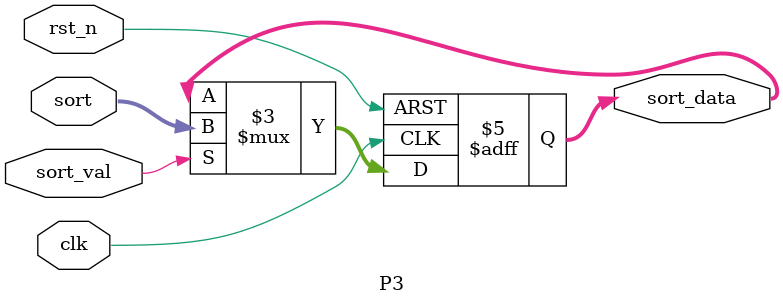
<source format=v>
module P3(clk, rst_n, sort_val, sort, sort_data);

parameter data_width = 8;

input                        clk;
input                        rst_n;
input                        sort_val;
input      [data_width-1:0]  sort;
output reg [data_width- 1:0] sort_data;

always @(posedge clk or negedge rst_n) 
begin
    if (~rst_n) sort_data <= 8'b0;
    else if (sort_val) sort_data <= sort; 
end
endmodule
</source>
